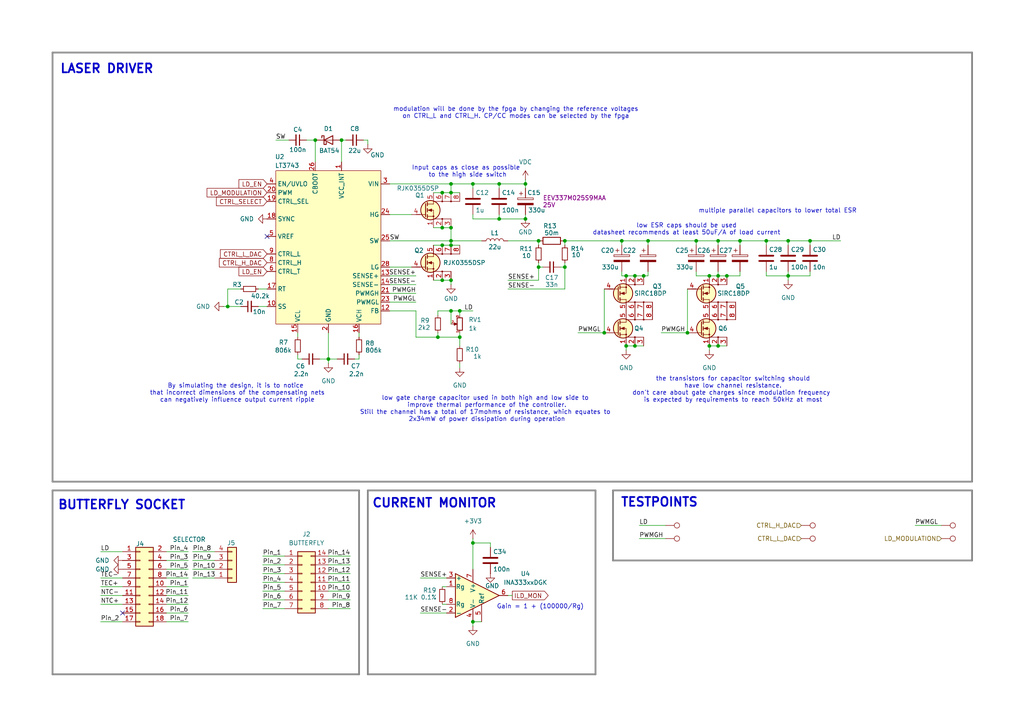
<source format=kicad_sch>
(kicad_sch (version 20241004) (generator "eeschema") (generator_version "8.99")
  (paper "A4")
  (title_block (title "Laser Diode Driver") (date "2024-03-27") (comment 1 "Mirco Tollardo"))
  (text "TESTPOINTS" (at 191.262 145.796 0) (effects (font (size 2.54 2.54) (thickness 0.508) (bold yes))))
  (text "low gate charge capacitor used in both high and low side to \nimprove thermal performance of the controller.\nStill the channel has a total of 17mohms of resistance, which equates to \n2x34mW of power dissipation during operation" (at 141.224 118.618 0) (effects (font (size 1.27 1.27))))
  (text "low ESR caps should be used\ndatasheet recommends at least 50uF/A of load current" (at 199.136 66.548 0) (effects (font (size 1.27 1.27))))
  (text "multiple parallel capacitors to lower total ESR" (at 225.552 61.214 0) (effects (font (size 1.27 1.27))))
  (text "modulation will be done by the fpga by changing the reference voltages\non CTRL_L and CTRL_H. CP/CC modes can be selected by the fpga" (at 149.606 32.766 0) (effects (font (size 1.27 1.27))))
  (text "Input caps as close as possible \nto the high side switch" (at 135.636 49.784 0) (effects (font (size 1.27 1.27))))
  (text "LASER DRIVER" (at 30.988 20.066 0) (effects (font (size 2.54 2.54) (thickness 0.508) (bold yes))))
  (text "By simulating the design, it is to notice \nthat incorrect dimensions of the compensating nets\ncan negatively influence output current ripple" (at 68.834 114.046 0) (effects (font (size 1.27 1.27))))
  (text "the transistors for capacitor switching should\nhave low channel resistance.\ndon't care about gate charges since modulation frequency \nis expected by requirements to reach 50kHz at most" (at 212.598 113.03 0) (effects (font (size 1.27 1.27))))
  (text "Gain = 1 + (100000/Rg)" (at 156.718 176.022 0) (effects (font (size 1.27 1.27))))
  (text "\n" (at 184.15 172.466 0) (effects (font (size 1.27 1.27)) (justify left)))
  (text "BUTTERFLY SOCKET" (at 35.306 146.558 0) (effects (font (size 2.54 2.54) (thickness 0.508) (bold yes))))
  (text "CURRENT MONITOR" (at 125.984 146.05 0) (effects (font (size 2.54 2.54) (thickness 0.508) (bold yes))))
  (junction (at 228.6 80.01))
  (junction (at 199.39 96.52))
  (junction (at 128.27 55.88))
  (junction (at 234.95 69.85))
  (junction (at 144.78 53.34))
  (junction (at 137.16 157.48))
  (junction (at 127 97.79))
  (junction (at 163.83 77.47))
  (junction (at 130.81 53.34))
  (junction (at 181.61 80.01))
  (junction (at 228.6 69.85))
  (junction (at 180.34 69.85))
  (junction (at 156.21 69.85))
  (junction (at 91.44 40.64))
  (junction (at 156.21 77.47))
  (junction (at 130.81 81.28))
  (junction (at 208.28 80.01))
  (junction (at 187.96 69.85))
  (junction (at 222.25 69.85))
  (junction (at 133.35 97.79))
  (junction (at 214.63 69.85))
  (junction (at 130.81 55.88))
  (junction (at 181.61 100.33))
  (junction (at 130.81 69.85))
  (junction (at 130.81 71.12))
  (junction (at 133.35 90.17))
  (junction (at 95.25 104.14))
  (junction (at 137.16 180.34))
  (junction (at 208.28 100.33))
  (junction (at 99.06 40.64))
  (junction (at 201.93 69.85))
  (junction (at 130.81 66.04))
  (junction (at 128.27 71.12))
  (junction (at 128.27 81.28))
  (junction (at 152.4 53.34))
  (junction (at 130.81 90.17))
  (junction (at 128.27 66.04))
  (junction (at 208.28 69.85))
  (junction (at 175.26 96.52))
  (junction (at 205.74 100.33))
  (junction (at 163.83 69.85))
  (junction (at 152.4 63.5))
  (junction (at 184.15 80.01))
  (junction (at 186.69 80.01))
  (junction (at 210.82 80.01))
  (junction (at 205.74 80.01))
  (junction (at 144.78 63.5))
  (junction (at 184.15 100.33))
  (junction (at 137.16 53.34))
  (junction (at 66.04 88.9))
  (no_connect (at 35.56 177.8))
  (no_connect (at 77.47 68.58))
  (wire (pts (xy 130.81 69.85) (xy 139.7 69.85)))
  (wire (pts (xy 29.21 160.02) (xy 35.56 160.02)))
  (polyline (pts (xy 281.94 162.56) (xy 281.94 142.24)) (stroke (width 0.508) (color 132 132 132 1)))
  (wire (pts (xy 210.82 80.01) (xy 214.63 80.01)))
  (wire (pts (xy 163.83 76.2) (xy 163.83 77.47)))
  (wire (pts (xy 101.6 161.29) (xy 95.25 161.29)))
  (wire (pts (xy 29.21 175.26) (xy 35.56 175.26)))
  (wire (pts (xy 80.01 40.64) (xy 83.82 40.64)))
  (wire (pts (xy 205.74 80.01) (xy 208.28 80.01)))
  (wire (pts (xy 208.28 100.33) (xy 210.82 100.33)))
  (wire (pts (xy 29.21 172.72) (xy 35.56 172.72)))
  (wire (pts (xy 76.2 176.53) (xy 82.55 176.53)))
  (polyline (pts (xy 281.94 15.24) (xy 15.24 15.24)) (stroke (width 0.508) (color 132 132 132 1)))
  (polyline (pts (xy 172.72 195.58) (xy 172.72 142.24)) (stroke (width 0.508) (color 132 132 132 1)))
  (wire (pts (xy 120.65 90.17) (xy 113.03 90.17)))
  (wire (pts (xy 54.61 167.64) (xy 48.26 167.64)))
  (wire (pts (xy 163.83 77.47) (xy 163.83 83.82)))
  (wire (pts (xy 54.61 162.56) (xy 48.26 162.56)))
  (wire (pts (xy 228.6 80.01) (xy 222.25 80.01)))
  (wire (pts (xy 86.36 104.14) (xy 86.36 102.87)))
  (wire (pts (xy 130.81 81.28) (xy 130.81 82.55)))
  (wire (pts (xy 137.16 90.17) (xy 133.35 90.17)))
  (polyline (pts (xy 177.8 142.24) (xy 177.8 162.56)) (stroke (width 0.508) (color 132 132 132 1)))
  (polyline (pts (xy 104.14 142.24) (xy 15.24 142.24)) (stroke (width 0.508) (color 132 132 132 1)))
  (wire (pts (xy 101.6 176.53) (xy 95.25 176.53)))
  (wire (pts (xy 113.03 62.23) (xy 119.38 62.23)))
  (wire (pts (xy 120.65 97.79) (xy 120.65 90.17)))
  (wire (pts (xy 180.34 69.85) (xy 180.34 71.12)))
  (wire (pts (xy 88.9 40.64) (xy 91.44 40.64)))
  (wire (pts (xy 214.63 78.74) (xy 214.63 80.01)))
  (polyline (pts (xy 106.68 142.24) (xy 106.68 195.58)) (stroke (width 0.508) (color 132 132 132 1)))
  (wire (pts (xy 130.81 69.85) (xy 130.81 71.12)))
  (wire (pts (xy 208.28 78.74) (xy 208.28 80.01)))
  (wire (pts (xy 95.25 96.52) (xy 95.25 104.14)))
  (wire (pts (xy 120.65 80.01) (xy 113.03 80.01)))
  (wire (pts (xy 125.73 66.04) (xy 128.27 66.04)))
  (wire (pts (xy 120.65 82.55) (xy 113.03 82.55)))
  (wire (pts (xy 133.35 97.79) (xy 133.35 100.33)))
  (wire (pts (xy 101.6 163.83) (xy 95.25 163.83)))
  (wire (pts (xy 120.65 85.09) (xy 113.03 85.09)))
  (wire (pts (xy 137.16 53.34) (xy 137.16 54.61)))
  (wire (pts (xy 54.61 172.72) (xy 48.26 172.72)))
  (wire (pts (xy 201.93 78.74) (xy 201.93 80.01)))
  (wire (pts (xy 101.6 173.99) (xy 95.25 173.99)))
  (wire (pts (xy 185.42 152.4) (xy 193.04 152.4)))
  (wire (pts (xy 54.61 160.02) (xy 48.26 160.02)))
  (wire (pts (xy 152.4 63.5) (xy 144.78 63.5)))
  (wire (pts (xy 104.14 97.79) (xy 104.14 96.52)))
  (wire (pts (xy 152.4 63.5) (xy 152.4 62.23)))
  (wire (pts (xy 87.63 104.14) (xy 86.36 104.14)))
  (wire (pts (xy 156.21 76.2) (xy 156.21 77.47)))
  (wire (pts (xy 208.28 80.01) (xy 210.82 80.01)))
  (wire (pts (xy 130.81 66.04) (xy 130.81 69.85)))
  (wire (pts (xy 91.44 40.64) (xy 91.44 46.99)))
  (wire (pts (xy 55.88 160.02) (xy 62.23 160.02)))
  (wire (pts (xy 101.6 166.37) (xy 95.25 166.37)))
  (wire (pts (xy 99.06 46.99) (xy 99.06 40.64)))
  (wire (pts (xy 228.6 81.28) (xy 228.6 80.01)))
  (wire (pts (xy 66.04 83.82) (xy 66.04 88.9)))
  (wire (pts (xy 113.03 77.47) (xy 119.38 77.47)))
  (wire (pts (xy 127 90.17) (xy 130.81 90.17)))
  (wire (pts (xy 156.21 77.47) (xy 156.21 81.28)))
  (polyline (pts (xy 177.8 162.56) (xy 281.94 162.56)) (stroke (width 0.508) (color 132 132 132 1)))
  (wire (pts (xy 125.73 55.88) (xy 128.27 55.88)))
  (polyline (pts (xy 106.68 195.58) (xy 172.72 195.58)) (stroke (width 0.508) (color 132 132 132 1)))
  (polyline (pts (xy 15.24 15.24) (xy 15.24 139.7)) (stroke (width 0.508) (color 132 132 132 1)))
  (wire (pts (xy 228.6 69.85) (xy 234.95 69.85)))
  (wire (pts (xy 76.2 163.83) (xy 82.55 163.83)))
  (wire (pts (xy 55.88 165.1) (xy 62.23 165.1)))
  (wire (pts (xy 214.63 69.85) (xy 222.25 69.85)))
  (polyline (pts (xy 281.94 142.24) (xy 177.8 142.24)) (stroke (width 0.508) (color 132 132 132 1)))
  (wire (pts (xy 120.65 97.79) (xy 127 97.79)))
  (wire (pts (xy 128.27 66.04) (xy 130.81 66.04)))
  (wire (pts (xy 137.16 180.34) (xy 139.7 180.34)))
  (wire (pts (xy 127 96.52) (xy 127 97.79)))
  (wire (pts (xy 191.77 96.52) (xy 199.39 96.52)))
  (wire (pts (xy 234.95 69.85) (xy 243.84 69.85)))
  (wire (pts (xy 69.85 83.82) (xy 66.04 83.82)))
  (wire (pts (xy 99.06 40.64) (xy 100.33 40.64)))
  (wire (pts (xy 222.25 69.85) (xy 228.6 69.85)))
  (wire (pts (xy 133.35 106.68) (xy 133.35 105.41)))
  (wire (pts (xy 201.93 80.01) (xy 205.74 80.01)))
  (wire (pts (xy 95.25 104.14) (xy 95.25 105.41)))
  (wire (pts (xy 201.93 69.85) (xy 208.28 69.85)))
  (wire (pts (xy 265.43 152.4) (xy 273.05 152.4)))
  (wire (pts (xy 55.88 167.64) (xy 62.23 167.64)))
  (wire (pts (xy 142.24 157.48) (xy 137.16 157.48)))
  (wire (pts (xy 130.81 53.34) (xy 137.16 53.34)))
  (wire (pts (xy 163.83 69.85) (xy 163.83 71.12)))
  (wire (pts (xy 76.2 171.45) (xy 82.55 171.45)))
  (polyline (pts (xy 172.72 142.24) (xy 106.68 142.24)) (stroke (width 0.508) (color 132 132 132 1)))
  (wire (pts (xy 187.96 69.85) (xy 201.93 69.85)))
  (wire (pts (xy 222.25 69.85) (xy 222.25 71.12)))
  (wire (pts (xy 113.03 69.85) (xy 130.81 69.85)))
  (wire (pts (xy 163.83 77.47) (xy 162.56 77.47)))
  (wire (pts (xy 76.2 166.37) (xy 82.55 166.37)))
  (wire (pts (xy 54.61 177.8) (xy 48.26 177.8)))
  (wire (pts (xy 234.95 69.85) (xy 234.95 71.12)))
  (wire (pts (xy 128.27 175.26) (xy 129.54 175.26)))
  (wire (pts (xy 147.32 172.72) (xy 148.59 172.72)))
  (wire (pts (xy 222.25 80.01) (xy 222.25 78.74)))
  (wire (pts (xy 128.27 71.12) (xy 130.81 71.12)))
  (wire (pts (xy 144.78 53.34) (xy 152.4 53.34)))
  (wire (pts (xy 133.35 96.52) (xy 133.35 97.79)))
  (wire (pts (xy 133.35 90.17) (xy 133.35 91.44)))
  (wire (pts (xy 208.28 69.85) (xy 208.28 71.12)))
  (wire (pts (xy 137.16 63.5) (xy 137.16 62.23)))
  (wire (pts (xy 127 91.44) (xy 127 90.17)))
  (wire (pts (xy 64.77 88.9) (xy 66.04 88.9)))
  (wire (pts (xy 104.14 104.14) (xy 104.14 102.87)))
  (wire (pts (xy 29.21 180.34) (xy 35.56 180.34)))
  (wire (pts (xy 54.61 170.18) (xy 48.26 170.18)))
  (wire (pts (xy 125.73 71.12) (xy 128.27 71.12)))
  (wire (pts (xy 144.78 53.34) (xy 144.78 54.61)))
  (wire (pts (xy 184.15 80.01) (xy 186.69 80.01)))
  (wire (pts (xy 214.63 69.85) (xy 214.63 71.12)))
  (polyline (pts (xy 104.14 195.58) (xy 104.14 142.24)) (stroke (width 0.508) (color 132 132 132 1)))
  (wire (pts (xy 163.83 83.82) (xy 147.32 83.82)))
  (wire (pts (xy 125.73 81.28) (xy 128.27 81.28)))
  (wire (pts (xy 156.21 69.85) (xy 156.21 71.12)))
  (wire (pts (xy 130.81 53.34) (xy 130.81 55.88)))
  (wire (pts (xy 184.15 100.33) (xy 186.69 100.33)))
  (wire (pts (xy 113.03 53.34) (xy 130.81 53.34)))
  (wire (pts (xy 208.28 69.85) (xy 214.63 69.85)))
  (polyline (pts (xy 15.24 195.58) (xy 104.14 195.58)) (stroke (width 0.508) (color 132 132 132 1)))
  (wire (pts (xy 152.4 54.61) (xy 152.4 53.34)))
  (wire (pts (xy 184.15 80.01) (xy 181.61 80.01)))
  (wire (pts (xy 86.36 96.52) (xy 86.36 97.79)))
  (wire (pts (xy 181.61 100.33) (xy 184.15 100.33)))
  (wire (pts (xy 180.34 69.85) (xy 187.96 69.85)))
  (wire (pts (xy 129.54 177.8) (xy 121.92 177.8)))
  (wire (pts (xy 234.95 80.01) (xy 228.6 80.01)))
  (wire (pts (xy 29.21 170.18) (xy 35.56 170.18)))
  (polyline (pts (xy 281.94 139.7) (xy 281.94 15.24)) (stroke (width 0.508) (color 132 132 132 1)))
  (wire (pts (xy 54.61 180.34) (xy 48.26 180.34)))
  (wire (pts (xy 152.4 52.07) (xy 152.4 53.34)))
  (wire (pts (xy 137.16 156.21) (xy 137.16 157.48)))
  (wire (pts (xy 185.42 156.21) (xy 193.04 156.21)))
  (wire (pts (xy 74.93 88.9) (xy 77.47 88.9)))
  (wire (pts (xy 201.93 69.85) (xy 201.93 71.12)))
  (wire (pts (xy 130.81 71.12) (xy 133.35 71.12)))
  (wire (pts (xy 92.71 104.14) (xy 95.25 104.14)))
  (wire (pts (xy 106.68 40.64) (xy 105.41 40.64)))
  (wire (pts (xy 76.2 168.91) (xy 82.55 168.91)))
  (wire (pts (xy 76.2 161.29) (xy 82.55 161.29)))
  (wire (pts (xy 175.26 83.82) (xy 175.26 96.52)))
  (wire (pts (xy 187.96 69.85) (xy 187.96 71.12)))
  (wire (pts (xy 180.34 80.01) (xy 181.61 80.01)))
  (wire (pts (xy 128.27 81.28) (xy 130.81 81.28)))
  (wire (pts (xy 74.93 83.82) (xy 77.47 83.82)))
  (wire (pts (xy 128.27 55.88) (xy 130.81 55.88)))
  (wire (pts (xy 234.95 78.74) (xy 234.95 80.01)))
  (wire (pts (xy 156.21 77.47) (xy 157.48 77.47)))
  (wire (pts (xy 120.65 87.63) (xy 113.03 87.63)))
  (wire (pts (xy 102.87 104.14) (xy 104.14 104.14)))
  (polyline (pts (xy 15.24 139.7) (xy 281.94 139.7)) (stroke (width 0.508) (color 132 132 132 1)))
  (wire (pts (xy 106.68 40.64) (xy 106.68 41.91)))
  (wire (pts (xy 167.64 96.52) (xy 175.26 96.52)))
  (wire (pts (xy 130.81 93.98) (xy 130.81 90.17)))
  (wire (pts (xy 101.6 171.45) (xy 95.25 171.45)))
  (wire (pts (xy 144.78 63.5) (xy 137.16 63.5)))
  (wire (pts (xy 199.39 83.82) (xy 199.39 96.52)))
  (wire (pts (xy 187.96 78.74) (xy 187.96 80.01)))
  (wire (pts (xy 129.54 167.64) (xy 121.92 167.64)))
  (wire (pts (xy 137.16 157.48) (xy 137.16 165.1)))
  (wire (pts (xy 181.61 100.33) (xy 181.61 101.6)))
  (wire (pts (xy 76.2 173.99) (xy 82.55 173.99)))
  (wire (pts (xy 163.83 69.85) (xy 180.34 69.85)))
  (wire (pts (xy 127 97.79) (xy 133.35 97.79)))
  (wire (pts (xy 144.78 62.23) (xy 144.78 63.5)))
  (wire (pts (xy 228.6 78.74) (xy 228.6 80.01)))
  (wire (pts (xy 101.6 168.91) (xy 95.25 168.91)))
  (wire (pts (xy 130.81 55.88) (xy 133.35 55.88)))
  (wire (pts (xy 228.6 69.85) (xy 228.6 71.12)))
  (wire (pts (xy 142.24 158.75) (xy 142.24 157.48)))
  (wire (pts (xy 137.16 180.34) (xy 137.16 181.61)))
  (wire (pts (xy 147.32 81.28) (xy 156.21 81.28)))
  (wire (pts (xy 29.21 167.64) (xy 35.56 167.64)))
  (wire (pts (xy 147.32 69.85) (xy 156.21 69.85)))
  (wire (pts (xy 180.34 78.74) (xy 180.34 80.01)))
  (wire (pts (xy 186.69 80.01) (xy 187.96 80.01)))
  (polyline (pts (xy 15.24 142.24) (xy 15.24 195.58)) (stroke (width 0.508) (color 132 132 132 1)))
  (wire (pts (xy 205.74 100.33) (xy 205.74 101.6)))
  (wire (pts (xy 54.61 165.1) (xy 48.26 165.1)))
  (wire (pts (xy 137.16 53.34) (xy 144.78 53.34)))
  (wire (pts (xy 54.61 175.26) (xy 48.26 175.26)))
  (wire (pts (xy 95.25 104.14) (xy 97.79 104.14)))
  (wire (pts (xy 55.88 162.56) (xy 62.23 162.56)))
  (wire (pts (xy 66.04 88.9) (xy 69.85 88.9)))
  (wire (pts (xy 205.74 100.33) (xy 208.28 100.33)))
  (wire (pts (xy 128.27 170.18) (xy 129.54 170.18)))
  (wire (pts (xy 130.81 90.17) (xy 133.35 90.17)))
  (label "LD" (at 29.21 160.02 0))
  (label "SENSE-" (at 120.65 82.55 180))
  (label "Pin_8" (at 55.88 160.02 0))
  (label "Pin_4" (at 76.2 168.91 0))
  (label "Pin_14" (at 54.61 167.64 180))
  (label "Pin_9" (at 55.88 162.56 0))
  (label "Pin_8" (at 101.6 176.53 180))
  (label "SENSE+" (at 147.32 81.28 0))
  (label "Pin_11" (at 54.61 172.72 180))
  (label "Pin_4" (at 54.61 160.02 180))
  (label "Pin_2" (at 76.2 163.83 0))
  (label "NTC-" (at 29.21 172.72 0))
  (label "Pin_6" (at 76.2 173.99 0))
  (label "Pin_5" (at 54.61 165.1 180))
  (label "Pin_1" (at 76.2 161.29 0))
  (label "LD" (at 243.84 69.85 180))
  (label "PWMGL" (at 120.65 87.63 180))
  (label "PWMGH" (at 185.42 156.21 0))
  (label "Pin_3" (at 76.2 166.37 0))
  (label "LD" (at 185.42 152.4 0))
  (label "Pin_12" (at 54.61 175.26 180))
  (label "TEC-" (at 29.21 167.64 0))
  (label "PWMGL" (at 167.64 96.52 0))
  (label "Pin_11" (at 101.6 168.91 180))
  (label "Pin_2" (at 29.21 180.34 0))
  (label "Pin_12" (at 101.6 166.37 180))
  (label "NTC+" (at 29.21 175.26 0))
  (label "Pin_6" (at 54.61 177.8 180))
  (label "Pin_3" (at 54.61 162.56 180))
  (label "SENSE+" (at 121.92 167.64 0))
  (label "Pin_13" (at 101.6 163.83 180))
  (label "SW" (at 80.01 40.64 0))
  (label "Pin_10" (at 101.6 171.45 180))
  (label "SW" (at 113.03 69.85 0))
  (label "SENSE+" (at 120.65 80.01 180))
  (label "PWMGH" (at 191.77 96.52 0))
  (label "PWMGH" (at 120.65 85.09 180))
  (label "LD" (at 137.16 90.17 180))
  (label "SENSE-" (at 147.32 83.82 0))
  (label "SENSE-" (at 121.92 177.8 0))
  (label "PWMGL" (at 265.43 152.4 0))
  (label "Pin_14" (at 101.6 161.29 180))
  (label "Pin_5" (at 76.2 171.45 0))
  (label "Pin_7" (at 76.2 176.53 0))
  (label "Pin_13" (at 55.88 167.64 0))
  (label "Pin_7" (at 54.61 180.34 180))
  (label "Pin_10" (at 55.88 165.1 0))
  (label "TEC+" (at 29.21 170.18 0))
  (label "Pin_9" (at 101.6 173.99 180))
  (label "Pin_1" (at 54.61 170.18 180))
  (global_label "LD_EN" (shape input) (at 77.47 78.74 180) (property "Intersheetrefs" "${INTERSHEET_REFS}" (effects (hide yes))))
  (global_label "LD_EN" (shape input) (at 77.47 53.34 180) (property "Intersheetrefs" "${INTERSHEET_REFS}" (effects (hide yes))))
  (global_label "LD_MODULATION" (shape input) (at 77.47 55.88 180) (property "Intersheetrefs" "${INTERSHEET_REFS}" (effects (hide yes))))
  (global_label "CTRL_SELECT" (shape input) (at 77.47 58.42 180) (property "Intersheetrefs" "${INTERSHEET_REFS}" (effects (hide yes))))
  (global_label "ILD_MON" (shape output) (at 148.59 172.72 0) (property "Intersheetrefs" "${INTERSHEET_REFS}" (effects (hide yes))))
  (global_label "CTRL_L_DAC" (shape input) (at 77.47 73.66 180) (property "Intersheetrefs" "${INTERSHEET_REFS}" (effects (hide yes))))
  (global_label "CTRL_H_DAC" (shape input) (at 77.47 76.2 180) (property "Intersheetrefs" "${INTERSHEET_REFS}" (effects (hide yes))))
  (hierarchical_label "CTRL_L_DAC" (shape input) (at 232.41 156.21 180))
  (hierarchical_label "LD_MODULATION" (shape input) (at 273.05 156.21 180))
  (hierarchical_label "CTRL_H_DAC" (shape input) (at 232.41 152.4 180))
  (symbol (lib_id "Device:R_Small") (at 72.39 83.82 90) (mirror x) (unit 1)
    (property "Reference" "R3" (at 70.104 82.55 90) (effects (justify left)))
    (property "Value" "40.2k" (at 78.232 85.852 90) (effects (justify left)))
    (property "Footprint" "Resistor_SMD:R_0603_1608Metric" (effects (hide yes)))
    (property "Description" "Resistor, small symbol" (effects (hide yes)))
    (property "Store Link" "https://www.mouser.it/ProductDetail/Panasonic/ERJ-PB3B4022V?qs=RYIBGgAklzJDw%252B%2Fp5u7YrQ%3D%3D" (effects (hide yes)))
    (property "PN" " ERJ-PB3B4022V " (effects (hide yes)))
  )
  (symbol (lib_id "power:GND") (at 137.16 181.61 0) (unit 1)
    (property "Reference" "#PWR039" (effects (hide yes)))
    (property "Value" "GND" (at 137.16 186.69 0))
    (property "Description" "Power symbol creates a global label with name \"GND\" , ground" (effects (hide yes)))
  )
  (symbol (lib_id "Connector:TestPoint") (at 273.05 152.4 270) (unit 1) (in_bom no)
    (property "Reference" "TP6" (effects (hide yes)))
    (property "Value" "TestPoint" (effects (hide yes)))
    (property "Footprint" "TestPoint:TestPoint_Pad_D1.5mm" (effects (hide yes)))
    (property "Description" "test point" (effects (hide yes)))
  )
  (symbol (lib_id "Device:R_Small") (at 163.83 73.66 180) (unit 1)
    (property "Reference" "R14" (at 169.418 72.136 0) (effects (justify left)))
    (property "Value" "10" (at 168.402 73.914 0) (effects (justify left)))
    (property "Footprint" "Resistor_SMD:R_0603_1608Metric" (effects (hide yes)))
    (property "Description" "Resistor, small symbol" (effects (hide yes)))
    (property "PN" "CRCW060310R0FKEAC " (effects (hide yes)))
    (property "Store Link" "https://www.mouser.it/ProductDetail/Vishay-Dale/CRCW060310R0FKEAC?qs=E3Y5ESvWgWP5XvJ40P8QAg%3D%3D" (effects (hide yes)))
  )
  (symbol (lib_id "Device:C_Small") (at 90.17 104.14 90) (unit 1)
    (property "Reference" "C6" (at 87.122 106.172 90))
    (property "Value" "2.2n" (at 87.376 108.458 90))
    (property "Footprint" "Capacitor_SMD:C_0603_1608Metric" (effects (hide yes)))
    (property "Description" "Unpolarized capacitor, small symbol" (effects (hide yes)))
    (property "Voltage Rating" "6V3" (effects (hide yes)))
    (property "PN" "C0603C222J3RACTU " (effects (hide yes)))
    (property "Store Link" "https://www.mouser.it/ProductDetail/KEMET/C0603C222J3RACTU?qs=Wy0JpTjg3M5BuniCUiqDCA%3D%3D" (effects (hide yes)))
  )
  (symbol (lib_id "Amplifier_Instrumentation:INA333xxDGK") (at 137.16 172.72 0) (unit 1)
    (property "Reference" "U4" (at 152.4 166.4014 0))
    (property "Value" "INA333xxDGK" (at 152.4 168.9414 0))
    (property "Footprint" "Package_SO:VSSOP-8_3.0x3.0mm_P0.65mm" (effects (hide yes)))
    (property "Datasheet" "https://www.ti.com/lit/ds/symlink/ina333.pdf" (effects (hide yes)))
    (property "Description" "Zero Drift, Micropower Instrumentation Amplifier G = 1 + 100kOhm/Rg, VSSOP-8" (effects (hide yes)))
    (property "PN" " INA333AIDGKR " (effects (hide yes)))
    (property "Store Link" "https://www.mouser.it/ProductDetail/Texas-Instruments/INA333AIDGKR?qs=nJRxFdq%252BlvaKwfZOdHFpKg%3D%3D" (effects (hide yes)))
  )
  (symbol (lib_id "PCM_Transistor_MOSFET_AKL:Q_NMOS-E_Generic_SSSGDDDD") (at 203.2 95.25 0) (unit 1)
    (property "Reference" "Q6" (at 208.28 95.25 0) (effects (justify left)))
    (property "Value" "SiRC18DP" (effects (hide yes)))
    (property "Footprint" "Package_SO:PowerPAK_SO-8_Single" (effects (hide yes)))
    (property "Datasheet" "https://www.vishay.com/docs/76402/sirc18dp.pdf" (effects (hide yes)))
    (property "Description" "N-MOSFET enchancement mode transistor, generic symbol, Alternate KiCAD Library" (effects (hide yes)))
    (property "Store Link" "https://www.mouser.it/ProductDetail/Vishay-Semiconductors/SIRC18DP-T1-GE3?qs=7EBvPakHacXunN7zrNgSAQ%3D%3D" (effects (hide yes)))
    (property "PN" "SiRC18DP" (effects (hide yes)))
  )
  (symbol (lib_id "Device:C_Small") (at 102.87 40.64 270) (unit 1)
    (property "Reference" "C8" (at 102.87 37.338 90))
    (property "Value" "22u" (at 102.87 43.688 90))
    (property "Footprint" "Capacitor_SMD:C_0603_1608Metric" (effects (hide yes)))
    (property "Description" "Unpolarized capacitor, small symbol" (effects (hide yes)))
    (property "Voltage Rating" "6V3" (effects (hide yes)))
    (property "PN" "GRM188R60J226MEA0D " (effects (hide yes)))
    (property "Store Link" "https://www.mouser.it/ProductDetail/Murata-Electronics/GRM188R60J226MEA0D?qs=p%2FZgMVRdWRkAKoLX3oNjgw%3D%3D" (effects (hide yes)))
  )
  (symbol (lib_id "power:GND") (at 152.4 63.5 0) (unit 1)
    (property "Reference" "#PWR029" (effects (hide yes)))
    (property "Value" "GND" (at 152.4 67.31 0))
    (property "Description" "Power symbol creates a global label with name \"GND\" , ground" (effects (hide yes)))
  )
  (symbol (lib_id "Device:C_Small") (at 72.39 88.9 90) (unit 1)
    (property "Reference" "C2" (at 69.342 87.63 90))
    (property "Value" "10n" (at 75.184 90.424 90))
    (property "Footprint" "Capacitor_SMD:C_0603_1608Metric" (effects (hide yes)))
    (property "Description" "Unpolarized capacitor, small symbol" (effects (hide yes)))
    (property "Voltage Rating" "6V3" (effects (hide yes)))
    (property "PN" "C0603C103M5RAC3121 " (effects (hide yes)))
    (property "Store Link" "https://www.mouser.it/ProductDetail/KEMET/C0603C103M5RAC3121?qs=r%2FVmNO8Tjq5bqwGmLxfkAQ%3D%3D" (effects (hide yes)))
  )
  (symbol (lib_id "power:GND") (at 228.6 81.28 0) (unit 1)
    (property "Reference" "#PWR034" (effects (hide yes)))
    (property "Value" "GND" (at 228.6 86.36 0))
    (property "Description" "Power symbol creates a global label with name \"GND\" , ground" (effects (hide yes)))
  )
  (symbol (lib_id "power:VDC") (at 152.4 52.07 0) (unit 1)
    (property "Reference" "#PWR028" (effects (hide yes)))
    (property "Value" "VDC" (at 152.4 46.99 0))
    (property "Description" "Power symbol creates a global label with name \"VDC\"" (effects (hide yes)))
  )
  (symbol (lib_id "Connector:TestPoint") (at 193.04 156.21 270) (unit 1) (in_bom no)
    (property "Reference" "TP5" (effects (hide yes)))
    (property "Value" "TestPoint" (effects (hide yes)))
    (property "Footprint" "TestPoint:TestPoint_Pad_D1.5mm" (effects (hide yes)))
    (property "Description" "test point" (effects (hide yes)))
  )
  (symbol (lib_id "Device:R_Small") (at 127 93.98 0) (mirror x) (unit 1)
    (property "Reference" "R9" (at 121.92 92.964 0) (effects (justify left)))
    (property "Value" "2k2" (at 121.158 94.996 0) (effects (justify left)))
    (property "Footprint" "Resistor_SMD:R_0603_1608Metric" (effects (hide yes)))
    (property "Description" "Resistor, small symbol" (effects (hide yes)))
    (property "PN" "CRCW06032K20FKEA" (effects (hide yes)))
    (property "Store Link" "https://www.mouser.it/ProductDetail/Vishay-Dale/CRCW06032K20FKEA?qs=wckIcdUuIXiMEbhHncbunA%3D%3D" (effects (hide yes)))
  )
  (symbol (lib_id "Device:C") (at 137.16 58.42 0) (unit 1)
    (property "Reference" "C12" (at 137.922 55.88 0) (effects (justify left)))
    (property "Value" "1u" (at 137.922 60.96 0) (effects (justify left)))
    (property "Footprint" "Capacitor_SMD:C_0805_2012Metric" (effects (hide yes)))
    (property "Description" "Unpolarized capacitor" (effects (hide yes)))
    (property "Voltage Rating" "25V" (effects (hide yes)))
    (property "PN" "885012207078 " (effects (hide yes)))
    (property "Store Link" "https://www.mouser.it/ProductDetail/Wurth-Elektronik/885012207078?qs=0KOYDY2FL2%252BPiA0twQIXxQ%3D%3D" (effects (hide yes)))
  )
  (symbol (lib_id "power:+3V3") (at 137.16 156.21 0) (unit 1)
    (property "Reference" "#PWR038" (effects (hide yes)))
    (property "Value" "+3V3" (at 137.16 151.13 0))
    (property "Description" "Power symbol creates a global label with name \"+3V3\"" (effects (hide yes)))
  )
  (symbol (lib_id "Connector_Generic:Conn_02x09_Odd_Even") (at 40.64 170.18 0) (unit 1) (in_bom no)
    (property "Reference" "J4" (at 40.64 157.734 0))
    (property "Value" "SELECTOR" (at 54.864 156.464 0))
    (property "Footprint" "Connector_PinHeader_2.54mm:PinHeader_2x09_P2.54mm_Vertical" (effects (hide yes)))
    (property "Description" "Generic connector, double row, 02x09, odd/even pin numbering scheme (row 1 odd numbers, row 2 even numbers), script generated (kicad-library-utils/schlib/autogen/connector/)" (effects (hide yes)))
  )
  (symbol (lib_id "Connector:TestPoint") (at 232.41 156.21 270) (unit 1) (in_bom no)
    (property "Reference" "TP9" (effects (hide yes)))
    (property "Value" "TestPoint" (effects (hide yes)))
    (property "Footprint" "TestPoint:TestPoint_Pad_D1.0mm" (effects (hide yes)))
    (property "Description" "test point" (effects (hide yes)))
  )
  (symbol (lib_id "power:GND") (at 95.25 105.41 0) (unit 1)
    (property "Reference" "#PWR015" (effects (hide yes)))
    (property "Value" "GND" (at 95.25 110.49 0))
    (property "Description" "Power symbol creates a global label with name \"GND\" , ground" (effects (hide yes)))
  )
  (symbol (lib_id "Device:C") (at 144.78 58.42 0) (unit 1)
    (property "Reference" "C14" (at 145.542 55.88 0) (effects (justify left)))
    (property "Value" "100n" (at 145.542 60.96 0) (effects (justify left)))
    (property "Footprint" "Capacitor_SMD:C_0805_2012Metric" (effects (hide yes)))
    (property "Description" "Unpolarized capacitor" (effects (hide yes)))
    (property "Voltage Rating" "25V" (effects (hide yes)))
    (property "PN" "CL21F104ZBANNNC " (effects (hide yes)))
    (property "Store Link" "https://www.mouser.it/ProductDetail/Samsung-Electro-Mechanics/CL21F104ZBANNNC?qs=X6jEic%2FHinD8qPH2gRTTkg%3D%3D" (effects (hide yes)))
  )
  (symbol (lib_id "power:GND") (at 35.56 165.1 270) (unit 1)
    (property "Reference" "#PWR061" (effects (hide yes)))
    (property "Value" "GND" (at 31.75 165.1001 90) (effects (justify right)))
    (property "Description" "Power symbol creates a global label with name \"GND\" , ground" (effects (hide yes)))
  )
  (symbol (lib_id "power:GND") (at 205.74 101.6 0) (unit 1)
    (property "Reference" "#PWR033" (effects (hide yes)))
    (property "Value" "GND" (at 205.74 106.68 0))
    (property "Description" "Power symbol creates a global label with name \"GND\" , ground" (effects (hide yes)))
  )
  (symbol (lib_id "Connector:TestPoint") (at 232.41 152.4 270) (unit 1) (in_bom no)
    (property "Reference" "TP8" (effects (hide yes)))
    (property "Value" "TestPoint" (effects (hide yes)))
    (property "Footprint" "TestPoint:TestPoint_Pad_D1.0mm" (effects (hide yes)))
    (property "Description" "test point" (effects (hide yes)))
  )
  (symbol (lib_id "PCM_Transistor_MOSFET_AKL:Q_NMOS-E_Generic_SSSGDDDD") (at 179.07 85.09 0) (mirror x) (unit 1)
    (property "Reference" "Q3" (at 189.23 83.058 0) (effects (justify left)))
    (property "Value" "SiRC18DP" (at 183.896 85.09 0) (effects (justify left)))
    (property "Footprint" "Package_SO:PowerPAK_SO-8_Single" (effects (hide yes)))
    (property "Datasheet" "https://www.vishay.com/docs/76402/sirc18dp.pdf" (effects (hide yes)))
    (property "Description" "N-MOSFET enchancement mode transistor, generic symbol, Alternate KiCAD Library" (effects (hide yes)))
    (property "Store Link" "https://www.mouser.it/ProductDetail/Vishay-Semiconductors/SIRC18DP-T1-GE3?qs=7EBvPakHacXunN7zrNgSAQ%3D%3D" (effects (hide yes)))
    (property "PN" "SiRC18DP" (effects (hide yes)))
  )
  (symbol (lib_id "power:GND") (at 35.56 162.56 270) (unit 1)
    (property "Reference" "#PWR041" (effects (hide yes)))
    (property "Value" "GND" (at 31.75 162.5601 90) (effects (justify right)))
    (property "Description" "Power symbol creates a global label with name \"GND\" , ground" (effects (hide yes)))
  )
  (symbol (lib_id "symbols:LT3743FE") (at 95.25 72.39 0) (unit 1)
    (property "Reference" "U2" (at 79.756 45.466 0) (effects (justify left)))
    (property "Value" "LT3743" (at 79.756 48.006 0) (effects (justify left)))
    (property "Footprint" "Package_SO:TSSOP-28-1EP_4.4x9.7mm_P0.65mm_EP2.85x6.7mm" (effects (hide yes)))
    (property "Datasheet" "https://www.mouser.it/datasheet/2/609/3743fe-3124241.pdf" (effects (hide yes)))
    (property "Store Link" "https://www.mouser.it/ProductDetail/Analog-Devices/LT3743IFEPBF?qs=hVkxg5c3xu%2FVa5TAphzEPA%3D%3D" (effects (hide yes)))
    (property "PN" " LT3743IFE#PBF " (effects (hide yes)))
  )
  (symbol (lib_id "Device:R_Potentiometer_Small") (at 133.35 93.98 180) (unit 1)
    (property "Reference" "RV1" (at 135.89 92.7099 0) (effects (justify right)))
    (property "Value" "1k" (at 135.89 95.2499 0) (effects (justify right)))
    (property "Footprint" "PCM_Potentiometer_SMD_AKL:Potentiometer_Bourns_3224X_Vertical" (effects (hide yes)))
    (property "Description" "Potentiometer" (effects (hide yes)))
    (property "Store Link" "https://www.mouser.it/ProductDetail/Bourns/3224X-2-102E?qs=iFuT%252BolKbR724hnTXv%252BmIQ%3D%3D" (effects (hide yes)))
    (property "PN" " 3224X-2-102E " (effects (hide yes)))
  )
  (symbol (lib_id "power:GND") (at 77.47 63.5 270) (unit 1)
    (property "Reference" "#PWR011" (effects (hide yes)))
    (property "Value" "GND" (at 73.66 63.4999 90) (effects (justify right)))
    (property "Description" "Power symbol creates a global label with name \"GND\" , ground" (effects (hide yes)))
  )
  (symbol (lib_id "power:GND") (at 142.24 166.37 0) (unit 1)
    (property "Reference" "#PWR040" (effects (hide yes)))
    (property "Value" "GND" (at 142.748 169.926 0))
    (property "Description" "Power symbol creates a global label with name \"GND\" , ground" (effects (hide yes)))
  )
  (symbol (lib_id "Device:R_Small") (at 133.35 102.87 180) (unit 1)
    (property "Reference" "R10" (at 138.938 101.346 0) (effects (justify left)))
    (property "Value" "1k" (at 139.7 103.378 0) (effects (justify left)))
    (property "Footprint" "Resistor_SMD:R_0603_1608Metric" (effects (hide yes)))
    (property "Description" "Resistor, small symbol" (effects (hide yes)))
    (property "PN" " RC0603FR-7W1KL " (effects (hide yes)))
    (property "Store Link" "https://www.mouser.it/ProductDetail/YAGEO/RC0603FR-7W1KL?qs=tggtontpCXMvQ%2FyOJmz2GQ%3D%3D" (effects (hide yes)))
  )
  (symbol (lib_id "Device:C_Polarized") (at 152.4 58.42 0) (unit 1)
    (property "Reference" "C15" (at 152.908 55.88 0) (effects (justify left)))
    (property "Value" "330u" (at 153.162 60.96 0) (effects (justify left)))
    (property "Footprint" "Capacitor_SMD:CP_Elec_8x10.5" (effects (hide yes)))
    (property "Description" "Polarized capacitor" (effects (hide yes)))
    (property "PN" "EEV337M025S9MAA" (at 166.624 57.404 0))
    (property "Voltage Rating" "25V" (at 159.258 59.436 0))
    (property "Store Link" "https://www.mouser.it/ProductDetail/KEMET/EEV337M025S9MAA?qs=E9QF1UCAUX7qXVZn7Vw13Q%3D%3D" (effects (hide yes)))
  )
  (symbol (lib_id "Device:C_Polarized") (at 187.96 74.93 0) (unit 1)
    (property "Reference" "C22" (at 180.594 72.644 0) (effects (justify left)))
    (property "Value" "330u" (effects (hide yes)))
    (property "Footprint" "Capacitor_SMD:CP_Elec_8x10.5" (effects (hide yes)))
    (property "Description" "Polarized capacitor" (effects (hide yes)))
    (property "PN" "EEV337M025S9MAA" (effects (hide yes)))
    (property "Voltage Rating" "25V" (effects (hide yes)))
    (property "Store Link" "https://www.mouser.it/ProductDetail/KEMET/EEV337M025S9MAA?qs=E9QF1UCAUX7qXVZn7Vw13Q%3D%3D" (effects (hide yes)))
  )
  (symbol (lib_id "Connector_Generic:Conn_02x07_Counter_Clockwise") (at 87.63 168.91 0) (unit 1) (in_bom no)
    (property "Reference" "J2" (at 88.9 154.94 0))
    (property "Value" "BUTTERFLY" (at 88.9 157.48 0))
    (property "Footprint" "footprints:Butterfly_14pins_SMD" (effects (hide yes)))
    (property "Description" "Generic connector, double row, 02x07, counter clockwise pin numbering scheme (similar to DIP package numbering), script generated (kicad-library-utils/schlib/autogen/connector/)" (effects (hide yes)))
  )
  (symbol (lib_id "Device:C") (at 228.6 74.93 0) (unit 1)
    (property "Reference" "C29" (at 229.362 72.39 0) (effects (justify left)))
    (property "Value" "100n" (at 229.362 77.47 0) (effects (justify left)))
    (property "Footprint" "Capacitor_SMD:C_0805_2012Metric" (effects (hide yes)))
    (property "Description" "Unpolarized capacitor" (effects (hide yes)))
    (property "Voltage Rating" "25V" (effects (hide yes)))
    (property "PN" "CL21F104ZBANNNC " (effects (hide yes)))
    (property "Store Link" "https://www.mouser.it/ProductDetail/Samsung-Electro-Mechanics/CL21F104ZBANNNC?qs=X6jEic%2FHinD8qPH2gRTTkg%3D%3D" (effects (hide yes)))
  )
  (symbol (lib_id "Device:R_Small") (at 156.21 73.66 0) (mirror x) (unit 1)
    (property "Reference" "R11" (at 150.622 72.136 0) (effects (justify left)))
    (property "Value" "10" (at 151.384 74.168 0) (effects (justify left)))
    (property "Footprint" "Resistor_SMD:R_0603_1608Metric" (effects (hide yes)))
    (property "Description" "Resistor, small symbol" (effects (hide yes)))
    (property "PN" "CRCW060310R0FKEAC " (effects (hide yes)))
    (property "Store Link" "https://www.mouser.it/ProductDetail/Vishay-Dale/CRCW060310R0FKEAC?qs=E3Y5ESvWgWP5XvJ40P8QAg%3D%3D" (effects (hide yes)))
  )
  (symbol (lib_id "Device:C") (at 142.24 162.56 0) (unit 1)
    (property "Reference" "C34" (at 143.002 160.02 0) (effects (justify left)))
    (property "Value" "100n" (at 143.002 165.1 0) (effects (justify left)))
    (property "Footprint" "Capacitor_SMD:C_0603_1608Metric" (effects (hide yes)))
    (property "Description" "Unpolarized capacitor" (effects (hide yes)))
    (property "Voltage Rating" "6V3" (effects (hide yes)))
    (property "Store Link" "https://www.mouser.it/ProductDetail/Samsung-Electro-Mechanics/CL10B104KB8NNND?qs=349EhDEZ59pgcFJT%2FYAROA%3D%3D" (effects (hide yes)))
    (property "PN" " CL10B104KB8NNND " (effects (hide yes)))
  )
  (symbol (lib_id "PCM_Transistor_MOSFET_AKL:Q_NMOS-E_Generic_SSSGDDDD") (at 179.07 95.25 0) (unit 1)
    (property "Reference" "Q4" (at 183.896 95.25 0) (effects (justify left)))
    (property "Value" "SiRC18DP" (effects (hide yes)))
    (property "Footprint" "Package_SO:PowerPAK_SO-8_Single" (effects (hide yes)))
    (property "Datasheet" "https://www.vishay.com/docs/76402/sirc18dp.pdf" (effects (hide yes)))
    (property "Description" "N-MOSFET enchancement mode transistor, generic symbol, Alternate KiCAD Library" (effects (hide yes)))
    (property "Store Link" "https://www.mouser.it/ProductDetail/Vishay-Semiconductors/SIRC18DP-T1-GE3?qs=7EBvPakHacXunN7zrNgSAQ%3D%3D" (effects (hide yes)))
    (property "PN" "SiRC18DP" (effects (hide yes)))
  )
  (symbol (lib_id "Device:C") (at 234.95 74.93 0) (unit 1)
    (property "Reference" "C30" (at 235.712 72.39 0) (effects (justify left)))
    (property "Value" "10n" (at 235.712 77.47 0) (effects (justify left)))
    (property "Footprint" "Capacitor_SMD:C_0603_1608Metric" (effects (hide yes)))
    (property "Description" "Unpolarized capacitor" (effects (hide yes)))
    (property "Voltage Rating" "6V3" (effects (hide yes)))
    (property "PN" "C0603C103M5RAC3121 " (effects (hide yes)))
    (property "Store Link" "https://www.mouser.it/ProductDetail/KEMET/C0603C103M5RAC3121?qs=r%2FVmNO8Tjq5bqwGmLxfkAQ%3D%3D" (effects (hide yes)))
  )
  (symbol (lib_id "Connector:TestPoint") (at 273.05 156.21 270) (unit 1) (in_bom no)
    (property "Reference" "TP7" (effects (hide yes)))
    (property "Value" "TestPoint" (effects (hide yes)))
    (property "Footprint" "TestPoint:TestPoint_Pad_D1.5mm" (effects (hide yes)))
    (property "Description" "test point" (effects (hide yes)))
  )
  (symbol (lib_id "power:GND") (at 106.68 41.91 0) (unit 1)
    (property "Reference" "#PWR017" (effects (hide yes)))
    (property "Value" "GND" (at 109.474 44.958 0))
    (property "Description" "Power symbol creates a global label with name \"GND\" , ground" (effects (hide yes)))
  )
  (symbol (lib_id "Device:C_Polarized") (at 201.93 74.93 0) (unit 1)
    (property "Reference" "C25" (at 195.834 72.644 0) (effects (justify left)))
    (property "Value" "330u" (at 196.088 77.47 0) (effects (justify left)))
    (property "Footprint" "Capacitor_SMD:CP_Elec_8x10.5" (effects (hide yes)))
    (property "Description" "Polarized capacitor" (effects (hide yes)))
    (property "PN" "EEV337M025S9MAA" (effects (hide yes)))
    (property "Voltage Rating" "25V" (effects (hide yes)))
    (property "Store Link" "https://www.mouser.it/ProductDetail/KEMET/EEV337M025S9MAA?qs=E9QF1UCAUX7qXVZn7Vw13Q%3D%3D" (effects (hide yes)))
  )
  (symbol (lib_id "Device:C_Polarized") (at 180.34 74.93 0) (unit 1)
    (property "Reference" "C20" (at 174.244 72.644 0) (effects (justify left)))
    (property "Value" "330u" (at 174.498 77.47 0) (effects (justify left)))
    (property "Footprint" "Capacitor_SMD:CP_Elec_8x10.5" (effects (hide yes)))
    (property "Description" "Polarized capacitor" (effects (hide yes)))
    (property "PN" "EEV337M025S9MAA" (effects (hide yes)))
    (property "Voltage Rating" "25V" (effects (hide yes)))
    (property "Store Link" "https://www.mouser.it/ProductDetail/KEMET/EEV337M025S9MAA?qs=E9QF1UCAUX7qXVZn7Vw13Q%3D%3D" (effects (hide yes)))
  )
  (symbol (lib_id "Device:C_Small") (at 160.02 77.47 270) (mirror x) (unit 1)
    (property "Reference" "C17" (at 160.02 80.518 90))
    (property "Value" "33n" (at 160.02 82.55 90))
    (property "Footprint" "Capacitor_SMD:C_0603_1608Metric" (effects (hide yes)))
    (property "Description" "Unpolarized capacitor, small symbol" (effects (hide yes)))
    (property "Voltage Rating" "6V3" (effects (hide yes)))
    (property "PN" "CGA3E2X7R1H333MA" (effects (hide yes)))
    (property "Store Link" "https://www.mouser.it/ProductDetail/KEMET/C0603C333M5RACTU?qs=4%252BoambldWwYDFdO7QzwCsg%3D%3D" (effects (hide yes)))
  )
  (symbol (lib_id "PCM_Transistor_MOSFET_AKL:Q_NMOS-E_Generic_SSSGDDDD") (at 123.19 60.96 0) (unit 1)
    (property "Reference" "Q1" (at 120.396 56.642 0) (effects (justify left)))
    (property "Value" "RJK0355DSP" (at 115.062 54.61 0) (effects (justify left)))
    (property "Footprint" "Package_SO:SOP-8_3.9x4.9mm_P1.27mm" (effects (hide yes)))
    (property "Datasheet" "https://www.mouser.it/datasheet/2/698/REN_rej03g1650_rjk0355dspds_DST_20080424-3247231.pdf" (effects (hide yes)))
    (property "Description" "N-MOSFET enchancement mode transistor, generic symbol, Alternate KiCAD Library" (effects (hide yes)))
    (property "Store Link" "https://www.mouser.it/ProductDetail/Renesas-Electronics/RJK0355DSP-00J0?qs=ZVKuL1Ob8AsOeHAZ3bvOkA%3D%3D" (effects (hide yes)))
    (property "PN" "RJK0355DSP" (effects (hide yes)))
  )
  (symbol (lib_id "power:GND") (at 130.81 82.55 0) (unit 1)
    (property "Reference" "#PWR024" (effects (hide yes)))
    (property "Value" "GND" (at 130.81 86.614 0))
    (property "Description" "Power symbol creates a global label with name \"GND\" , ground" (effects (hide yes)))
  )
  (symbol (lib_id "Device:C_Small") (at 86.36 40.64 270) (unit 1)
    (property "Reference" "C4" (at 86.36 37.592 90))
    (property "Value" "100n" (at 86.36 43.434 90))
    (property "Footprint" "Capacitor_SMD:C_0805_2012Metric" (effects (hide yes)))
    (property "Description" "Unpolarized capacitor, small symbol" (effects (hide yes)))
    (property "Voltage Rating" "25V" (effects (hide yes)))
    (property "PN" "CL21F104ZBANNNC " (effects (hide yes)))
    (property "Store Link" "https://www.mouser.it/ProductDetail/Samsung-Electro-Mechanics/CL21F104ZBANNNC?qs=X6jEic%2FHinD8qPH2gRTTkg%3D%3D" (effects (hide yes)))
  )
  (symbol (lib_id "PCM_Transistor_MOSFET_AKL:Q_NMOS-E_Generic_SSSGDDDD") (at 203.2 85.09 0) (mirror x) (unit 1)
    (property "Reference" "Q5" (at 213.36 83.058 0) (effects (justify left)))
    (property "Value" "SiRC18DP" (at 208.026 85.09 0) (effects (justify left)))
    (property "Footprint" "Package_SO:PowerPAK_SO-8_Single" (effects (hide yes)))
    (property "Datasheet" "https://www.vishay.com/docs/76402/sirc18dp.pdf" (effects (hide yes)))
    (property "Description" "N-MOSFET enchancement mode transistor, generic symbol, Alternate KiCAD Library" (effects (hide yes)))
    (property "Store Link" "https://www.mouser.it/ProductDetail/Vishay-Semiconductors/SIRC18DP-T1-GE3?qs=7EBvPakHacXunN7zrNgSAQ%3D%3D" (effects (hide yes)))
    (property "PN" "SiRC18DP" (effects (hide yes)))
  )
  (symbol (lib_id "Diode:BAT54J") (at 95.25 40.64 0) (unit 1)
    (property "Reference" "D1" (at 95.25 37.338 0))
    (property "Value" "BAT54" (at 95.504 43.688 0))
    (property "Footprint" "Diode_SMD:D_SOD-323F" (effects (hide yes)))
    (property "Datasheet" "https://diotec.com/request/datasheet/bat54ws.pdf" (effects (hide yes)))
    (property "Description" "30V 200mA Schottky diode, SOD-323F" (effects (hide yes)))
    (property "Voltage Rating" "30V" (effects (hide yes)))
    (property "Store Link" "https://www.mouser.it/ProductDetail/Diotec-Semiconductor/BAT54WS?qs=OlC7AqGiEDky6b8%2FWvhBfg%3D%3D" (effects (hide yes)))
    (property "PN" "BAT54" (effects (hide yes)))
  )
  (symbol (lib_id "PCM_Transistor_MOSFET_AKL:Q_NMOS-E_Generic_SSSGDDDD") (at 123.19 76.2 0) (unit 1)
    (property "Reference" "Q2" (at 120.142 72.644 0) (effects (justify left)))
    (property "Value" "RJK0355DSP" (at 128.524 76.2 0) (effects (justify left)))
    (property "Footprint" "Package_SO:SOP-8_3.9x4.9mm_P1.27mm" (effects (hide yes)))
    (property "Datasheet" "https://www.mouser.it/datasheet/2/698/REN_rej03g1650_rjk0355dspds_DST_20080424-3247231.pdf" (effects (hide yes)))
    (property "Description" "N-MOSFET enchancement mode transistor, generic symbol, Alternate KiCAD Library" (effects (hide yes)))
    (property "Store Link" "https://www.mouser.it/ProductDetail/Renesas-Electronics/RJK0355DSP-00J0?qs=ZVKuL1Ob8AsOeHAZ3bvOkA%3D%3D" (effects (hide yes)))
    (property "PN" "RJK0355DSP" (effects (hide yes)))
  )
  (symbol (lib_id "Device:C") (at 222.25 74.93 0) (unit 1)
    (property "Reference" "C28" (at 223.012 72.39 0) (effects (justify left)))
    (property "Value" "1u" (at 223.012 77.47 0) (effects (justify left)))
    (property "Footprint" "Capacitor_SMD:C_0805_2012Metric" (effects (hide yes)))
    (property "Description" "Unpolarized capacitor" (effects (hide yes)))
    (property "Voltage Rating" "25V" (effects (hide yes)))
    (property "PN" "885012207078 " (effects (hide yes)))
    (property "Store Link" "https://www.mouser.it/ProductDetail/Wurth-Elektronik/885012207078?qs=0KOYDY2FL2%252BPiA0twQIXxQ%3D%3D" (effects (hide yes)))
  )
  (symbol (lib_id "Connector_Generic:Conn_01x04") (at 67.31 165.1 0) (mirror x) (unit 1) (in_bom no)
    (property "Reference" "J5" (at 67.056 157.48 0))
    (property "Value" "SELECTOR_2" (effects (hide yes)))
    (property "Footprint" "Connector_PinHeader_2.54mm:PinHeader_1x04_P2.54mm_Vertical" (effects (hide yes)))
    (property "Description" "Generic connector, single row, 01x04, script generated (kicad-library-utils/schlib/autogen/connector/)" (effects (hide yes)))
  )
  (symbol (lib_id "Connector:TestPoint") (at 193.04 152.4 270) (unit 1) (in_bom no)
    (property "Reference" "TP4" (effects (hide yes)))
    (property "Value" "TestPoint" (effects (hide yes)))
    (property "Footprint" "TestPoint:TestPoint_Pad_D1.5mm" (effects (hide yes)))
    (property "Description" "test point" (effects (hide yes)))
  )
  (symbol (lib_id "power:GND") (at 181.61 101.6 0) (unit 1)
    (property "Reference" "#PWR031" (effects (hide yes)))
    (property "Value" "GND" (at 181.61 106.68 0))
    (property "Description" "Power symbol creates a global label with name \"GND\" , ground" (effects (hide yes)))
  )
  (symbol (lib_id "Device:C_Small") (at 100.33 104.14 90) (unit 1)
    (property "Reference" "C7" (at 103.124 106.172 90))
    (property "Value" "2.2n" (at 103.378 108.458 90))
    (property "Footprint" "Capacitor_SMD:C_0603_1608Metric" (effects (hide yes)))
    (property "Description" "Unpolarized capacitor, small symbol" (effects (hide yes)))
    (property "Voltage Rating" "6V3" (effects (hide yes)))
    (property "PN" "C0603C222J3RACTU " (effects (hide yes)))
    (property "Store Link" "https://www.mouser.it/ProductDetail/KEMET/C0603C222J3RACTU?qs=Wy0JpTjg3M5BuniCUiqDCA%3D%3D" (effects (hide yes)))
  )
  (symbol (lib_id "power:GND") (at 64.77 88.9 270) (unit 1)
    (property "Reference" "#PWR08" (effects (hide yes)))
    (property "Value" "GND" (at 60.96 88.8999 90) (effects (justify right)))
    (property "Description" "Power symbol creates a global label with name \"GND\" , ground" (effects (hide yes)))
  )
  (symbol (lib_id "Device:R_Small") (at 128.27 172.72 0) (mirror x) (unit 1)
    (property "Reference" "R19" (at 122.682 171.196 0) (effects (justify left)))
    (property "Value" "11K 0.1%" (at 117.348 173.228 0) (effects (justify left)))
    (property "Footprint" "Resistor_SMD:R_0603_1608Metric" (effects (hide yes)))
    (property "Description" "Resistor, small symbol" (effects (hide yes)))
    (property "PN" " ERJ-PB3B1102V " (effects (hide yes)))
    (property "Store Link" "https://www.mouser.it/ProductDetail/Panasonic/ERJ-PB3B1102V?qs=RYIBGgAklzJbRdv%2F46N5SQ%3D%3D" (effects (hide yes)))
  )
  (symbol (lib_id "Device:R") (at 160.02 69.85 90) (unit 1)
    (property "Reference" "R13" (at 159.512 65.532 90))
    (property "Value" "50m" (at 160.02 67.564 90))
    (property "Footprint" "PCM_Resistor_SMD_AKL:R_2010_5025Metric" (effects (hide yes)))
    (property "Description" "Resistor" (effects (hide yes)))
    (property "Store Link" "https://www.mouser.it/ProductDetail/Wurth-Elektronik/560050332001?qs=eP2BKZSCXI7YfUpVQUlTOw%3D%3D" (effects (hide yes)))
    (property "PN" "560050332001 " (effects (hide yes)))
  )
  (symbol (lib_id "Device:R_Small") (at 104.14 100.33 0) (unit 1)
    (property "Reference" "R8" (at 105.918 99.568 0) (effects (justify left)))
    (property "Value" "806k" (at 105.918 101.6 0) (effects (justify left)))
    (property "Footprint" "Resistor_SMD:R_0603_1608Metric" (effects (hide yes)))
    (property "Description" "Resistor, small symbol" (effects (hide yes)))
    (property "PN" "CRCW0603806KFKEA " (effects (hide yes)))
    (property "Store Link" "https://www.mouser.it/ProductDetail/Vishay-Dale/CRCW0603806KFKEA?qs=iDmGvCT5Yjy1byDFxd8zjA%3D%3D" (effects (hide yes)))
  )
  (symbol (lib_id "Device:L") (at 143.51 69.85 90) (unit 1)
    (property "Reference" "L1" (at 143.51 67.564 90))
    (property "Value" "22u" (at 143.51 71.628 90))
    (property "Footprint" "Inductor_SMD:L_Taiyo-Yuden_NR-80xx" (effects (hide yes)))
    (property "Datasheet" "https://www.mouser.it/datasheet/2/396/wound04_e-1290968.pdf" (effects (hide yes)))
    (property "Description" "Inductor" (effects (hide yes)))
    (property "Store Link" "https://www.mouser.it/ProductDetail/TAIYO-YUDEN/NRS8040T220MJGJ?qs=PzICbMaShUfBQRmzxHhTQw%3D%3D" (effects (hide yes)))
    (property "PN" "NRS8040T220MJGJ" (effects (hide yes)))
  )
  (symbol (lib_id "Device:C_Polarized") (at 214.63 74.93 0) (unit 1)
    (property "Reference" "C27" (at 208.534 72.644 0) (effects (justify left)))
    (property "Value" "330u" (effects (hide yes)))
    (property "Footprint" "Capacitor_SMD:CP_Elec_8x10.5" (effects (hide yes)))
    (property "Description" "Polarized capacitor" (effects (hide yes)))
    (property "PN" "EEV337M025S9MAA" (effects (hide yes)))
    (property "Voltage Rating" "25V" (effects (hide yes)))
    (property "Store Link" "https://www.mouser.it/ProductDetail/KEMET/EEV337M025S9MAA?qs=E9QF1UCAUX7qXVZn7Vw13Q%3D%3D" (effects (hide yes)))
  )
  (symbol (lib_id "Device:C_Polarized") (at 208.28 74.93 0) (unit 1)
    (property "Reference" "C26" (at 202.184 72.644 0) (effects (justify left)))
    (property "Value" "330u" (effects (hide yes)))
    (property "Footprint" "Capacitor_SMD:CP_Elec_8x10.5" (effects (hide yes)))
    (property "Description" "Polarized capacitor" (effects (hide yes)))
    (property "PN" "EEV337M025S9MAA" (effects (hide yes)))
    (property "Voltage Rating" "25V" (effects (hide yes)))
    (property "Store Link" "https://www.mouser.it/ProductDetail/KEMET/EEV337M025S9MAA?qs=E9QF1UCAUX7qXVZn7Vw13Q%3D%3D" (effects (hide yes)))
  )
  (symbol (lib_id "Device:R_Small") (at 86.36 100.33 0) (mirror y) (unit 1)
    (property "Reference" "R7" (at 83.566 99.314 0) (effects (justify left)))
    (property "Value" "806k" (at 84.582 101.6 0) (effects (justify left)))
    (property "Footprint" "Resistor_SMD:R_0603_1608Metric" (effects (hide yes)))
    (property "Description" "Resistor, small symbol" (effects (hide yes)))
    (property "PN" "CRCW0603806KFKEA " (effects (hide yes)))
    (property "Store Link" "https://www.mouser.it/ProductDetail/Vishay-Dale/CRCW0603806KFKEA?qs=iDmGvCT5Yjy1byDFxd8zjA%3D%3D" (effects (hide yes)))
  )
  (symbol (lib_id "power:GND") (at 133.35 106.68 0) (unit 1)
    (property "Reference" "#PWR025" (effects (hide yes)))
    (property "Value" "GND" (at 133.35 111.76 0))
    (property "Description" "Power symbol creates a global label with name \"GND\" , ground" (effects (hide yes)))
  )
)
</source>
